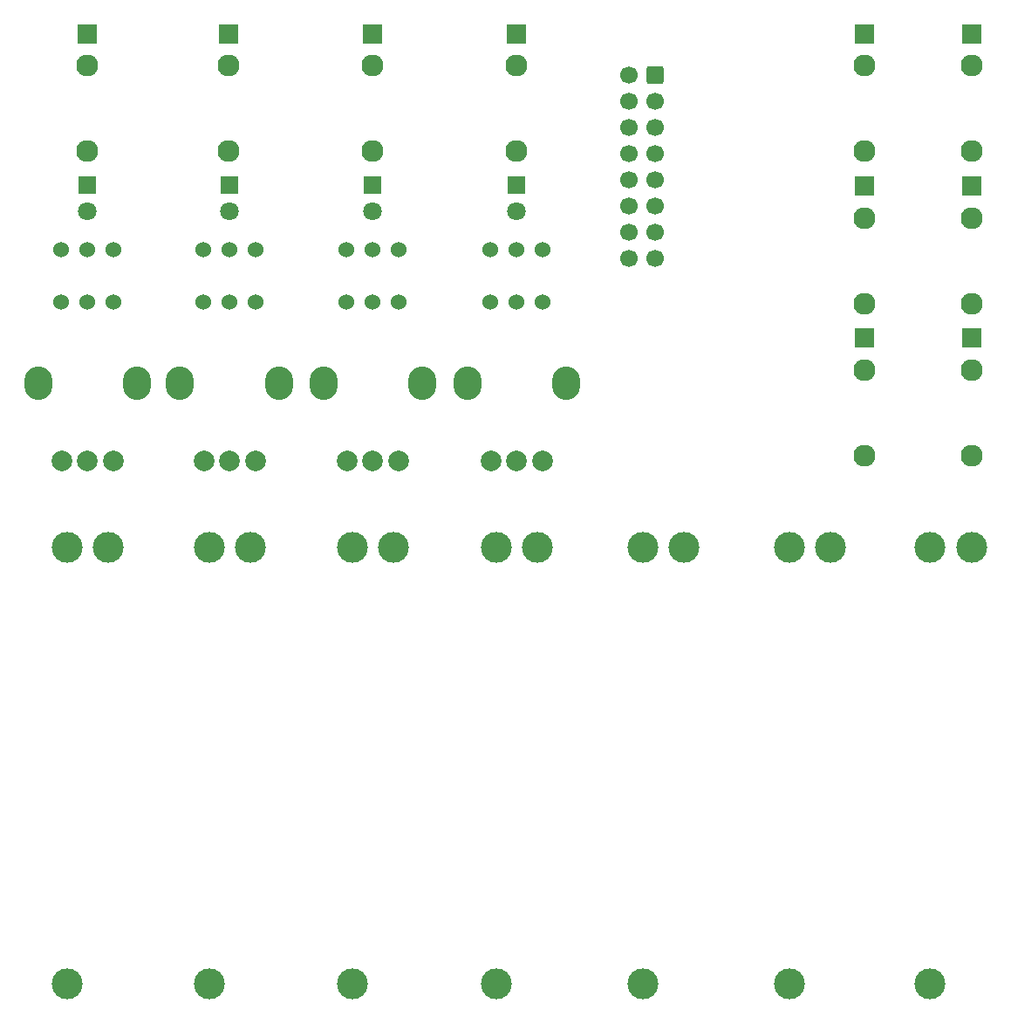
<source format=gbr>
%TF.GenerationSoftware,KiCad,Pcbnew,(6.0.0-0)*%
%TF.CreationDate,2022-12-13T14:04:23-05:00*%
%TF.ProjectId,mixer,6d697865-722e-46b6-9963-61645f706362,rev?*%
%TF.SameCoordinates,Original*%
%TF.FileFunction,Soldermask,Top*%
%TF.FilePolarity,Negative*%
%FSLAX46Y46*%
G04 Gerber Fmt 4.6, Leading zero omitted, Abs format (unit mm)*
G04 Created by KiCad (PCBNEW (6.0.0-0)) date 2022-12-13 14:04:23*
%MOMM*%
%LPD*%
G01*
G04 APERTURE LIST*
G04 Aperture macros list*
%AMRoundRect*
0 Rectangle with rounded corners*
0 $1 Rounding radius*
0 $2 $3 $4 $5 $6 $7 $8 $9 X,Y pos of 4 corners*
0 Add a 4 corners polygon primitive as box body*
4,1,4,$2,$3,$4,$5,$6,$7,$8,$9,$2,$3,0*
0 Add four circle primitives for the rounded corners*
1,1,$1+$1,$2,$3*
1,1,$1+$1,$4,$5*
1,1,$1+$1,$6,$7*
1,1,$1+$1,$8,$9*
0 Add four rect primitives between the rounded corners*
20,1,$1+$1,$2,$3,$4,$5,0*
20,1,$1+$1,$4,$5,$6,$7,0*
20,1,$1+$1,$6,$7,$8,$9,0*
20,1,$1+$1,$8,$9,$2,$3,0*%
G04 Aperture macros list end*
%ADD10R,1.930000X1.830000*%
%ADD11C,2.130000*%
%ADD12C,3.000000*%
%ADD13O,2.720000X3.240000*%
%ADD14C,2.000000*%
%ADD15R,1.800000X1.800000*%
%ADD16C,1.800000*%
%ADD17C,1.524000*%
%ADD18RoundRect,0.250000X0.600000X0.600000X-0.600000X0.600000X-0.600000X-0.600000X0.600000X-0.600000X0*%
%ADD19C,1.700000*%
G04 APERTURE END LIST*
D10*
%TO.C,J4*%
X85398000Y-44570000D03*
D11*
X85398000Y-47670000D03*
X85398000Y-55970000D03*
%TD*%
D12*
%TO.C,RV4*%
X83475000Y-94384000D03*
X87475000Y-94384000D03*
X83475000Y-136718000D03*
%TD*%
D13*
%TO.C,RV5*%
X48602000Y-78485000D03*
X39002000Y-78485000D03*
D14*
X41302000Y-85985000D03*
X43802000Y-85985000D03*
X46302000Y-85985000D03*
%TD*%
D15*
%TO.C,D1*%
X43742000Y-59275000D03*
D16*
X43742000Y-61815000D03*
%TD*%
D12*
%TO.C,RV3*%
X69505000Y-94384000D03*
X73505000Y-94384000D03*
X69505000Y-136718000D03*
%TD*%
D17*
%TO.C,SW3*%
X73978000Y-65489500D03*
X68898000Y-65489500D03*
X71438000Y-65489500D03*
X71438000Y-70569500D03*
X73978000Y-70569500D03*
X68898000Y-70569500D03*
%TD*%
D12*
%TO.C,RV1*%
X41819000Y-94384000D03*
X45819000Y-94384000D03*
X41819000Y-136718000D03*
%TD*%
D10*
%TO.C,J10*%
X119180000Y-74072000D03*
D11*
X119180000Y-77172000D03*
X119180000Y-85472000D03*
%TD*%
D10*
%TO.C,J7*%
X129594000Y-59342000D03*
D11*
X129594000Y-62442000D03*
X129594000Y-70742000D03*
%TD*%
D10*
%TO.C,J8*%
X119180000Y-59342000D03*
D11*
X119180000Y-62442000D03*
X119180000Y-70742000D03*
%TD*%
D17*
%TO.C,SW1*%
X46292000Y-65489500D03*
X41212000Y-65489500D03*
X43752000Y-65489500D03*
X43752000Y-70569500D03*
X46292000Y-70569500D03*
X41212000Y-70569500D03*
%TD*%
D10*
%TO.C,J5*%
X129594000Y-44570000D03*
D11*
X129594000Y-47670000D03*
X129594000Y-55970000D03*
%TD*%
D12*
%TO.C,RV2*%
X55595000Y-94384000D03*
X59595000Y-94384000D03*
X55595000Y-136718000D03*
%TD*%
D13*
%TO.C,RV6*%
X52778000Y-78485000D03*
X62378000Y-78485000D03*
D14*
X55078000Y-85985000D03*
X57578000Y-85985000D03*
X60078000Y-85985000D03*
%TD*%
D10*
%TO.C,J1*%
X43742000Y-44570000D03*
D11*
X43742000Y-47670000D03*
X43742000Y-55970000D03*
%TD*%
D12*
%TO.C,RV11*%
X97681000Y-94416000D03*
X101681000Y-94416000D03*
X97681000Y-136750000D03*
%TD*%
D13*
%TO.C,RV8*%
X90258000Y-78485000D03*
X80658000Y-78485000D03*
D14*
X82958000Y-85985000D03*
X85458000Y-85985000D03*
X87958000Y-85985000D03*
%TD*%
D10*
%TO.C,J3*%
X71428000Y-44570000D03*
D11*
X71428000Y-47670000D03*
X71428000Y-55970000D03*
%TD*%
D10*
%TO.C,J6*%
X119180000Y-44570000D03*
D11*
X119180000Y-47670000D03*
X119180000Y-55970000D03*
%TD*%
D10*
%TO.C,J9*%
X129594000Y-74104000D03*
D11*
X129594000Y-77204000D03*
X129594000Y-85504000D03*
%TD*%
D10*
%TO.C,J2*%
X57518000Y-44570000D03*
D11*
X57518000Y-47670000D03*
X57518000Y-55970000D03*
%TD*%
D15*
%TO.C,D3*%
X71428000Y-59275000D03*
D16*
X71428000Y-61815000D03*
%TD*%
D15*
%TO.C,D4*%
X85398000Y-59275000D03*
D16*
X85398000Y-61815000D03*
%TD*%
D13*
%TO.C,RV7*%
X66688000Y-78485000D03*
X76288000Y-78485000D03*
D14*
X68988000Y-85985000D03*
X71488000Y-85985000D03*
X73988000Y-85985000D03*
%TD*%
D12*
%TO.C,RV10*%
X125586000Y-94416000D03*
X129586000Y-94416000D03*
X125586000Y-136750000D03*
%TD*%
%TO.C,RV9*%
X111905000Y-94416000D03*
X115905000Y-94416000D03*
X111905000Y-136750000D03*
%TD*%
D17*
%TO.C,SW4*%
X87948000Y-65489500D03*
X82868000Y-65489500D03*
X85408000Y-65489500D03*
X85408000Y-70569500D03*
X87948000Y-70569500D03*
X82868000Y-70569500D03*
%TD*%
D15*
%TO.C,D2*%
X57549000Y-59275000D03*
D16*
X57549000Y-61815000D03*
%TD*%
D17*
%TO.C,SW2*%
X60099000Y-65489500D03*
X55019000Y-65489500D03*
X57559000Y-65489500D03*
X57559000Y-70569500D03*
X60099000Y-70569500D03*
X55019000Y-70569500D03*
%TD*%
D18*
%TO.C,U1*%
X98850500Y-48624000D03*
D19*
X96310500Y-48624000D03*
X96310500Y-51152000D03*
X98850500Y-51164000D03*
X96310500Y-53692000D03*
X98850500Y-53704000D03*
X98850500Y-56244000D03*
X96310500Y-56232000D03*
X96310500Y-58772000D03*
X98850500Y-58784000D03*
X96310500Y-61312000D03*
X98850500Y-61324000D03*
X98850500Y-63864000D03*
X96310500Y-63852000D03*
X98850500Y-66404000D03*
X96310500Y-66392000D03*
%TD*%
M02*

</source>
